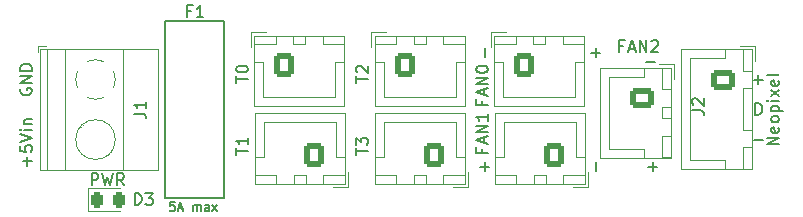
<source format=gto>
G04 #@! TF.GenerationSoftware,KiCad,Pcbnew,(6.0.4)*
G04 #@! TF.CreationDate,2022-06-19T17:23:47+02:00*
G04 #@! TF.ProjectId,Klipper nano expander,4b6c6970-7065-4722-906e-616e6f206578,1.0*
G04 #@! TF.SameCoordinates,Original*
G04 #@! TF.FileFunction,Legend,Top*
G04 #@! TF.FilePolarity,Positive*
%FSLAX46Y46*%
G04 Gerber Fmt 4.6, Leading zero omitted, Abs format (unit mm)*
G04 Created by KiCad (PCBNEW (6.0.4)) date 2022-06-19 17:23:47*
%MOMM*%
%LPD*%
G01*
G04 APERTURE LIST*
G04 Aperture macros list*
%AMRoundRect*
0 Rectangle with rounded corners*
0 $1 Rounding radius*
0 $2 $3 $4 $5 $6 $7 $8 $9 X,Y pos of 4 corners*
0 Add a 4 corners polygon primitive as box body*
4,1,4,$2,$3,$4,$5,$6,$7,$8,$9,$2,$3,0*
0 Add four circle primitives for the rounded corners*
1,1,$1+$1,$2,$3*
1,1,$1+$1,$4,$5*
1,1,$1+$1,$6,$7*
1,1,$1+$1,$8,$9*
0 Add four rect primitives between the rounded corners*
20,1,$1+$1,$2,$3,$4,$5,0*
20,1,$1+$1,$4,$5,$6,$7,0*
20,1,$1+$1,$6,$7,$8,$9,0*
20,1,$1+$1,$8,$9,$2,$3,0*%
G04 Aperture macros list end*
%ADD10C,0.150000*%
%ADD11C,0.120000*%
%ADD12RoundRect,0.250000X-0.600000X-0.750000X0.600000X-0.750000X0.600000X0.750000X-0.600000X0.750000X0*%
%ADD13O,1.700000X2.000000*%
%ADD14RoundRect,0.250000X-0.725000X0.600000X-0.725000X-0.600000X0.725000X-0.600000X0.725000X0.600000X0*%
%ADD15O,1.950000X1.700000*%
%ADD16C,2.000000*%
%ADD17C,2.500000*%
%ADD18RoundRect,0.250000X0.600000X0.750000X-0.600000X0.750000X-0.600000X-0.750000X0.600000X-0.750000X0*%
%ADD19RoundRect,0.243750X-0.243750X-0.456250X0.243750X-0.456250X0.243750X0.456250X-0.243750X0.456250X0*%
%ADD20R,2.600000X2.600000*%
%ADD21C,2.600000*%
%ADD22RoundRect,0.250000X-0.750000X0.600000X-0.750000X-0.600000X0.750000X-0.600000X0.750000X0.600000X0*%
%ADD23O,2.000000X1.700000*%
%ADD24C,1.780000*%
%ADD25R,1.600000X1.600000*%
%ADD26O,1.600000X1.600000*%
G04 APERTURE END LIST*
D10*
X180586095Y-92908380D02*
X180586095Y-91908380D01*
X180824190Y-91908380D01*
X180967047Y-91956000D01*
X181062285Y-92051238D01*
X181109904Y-92146476D01*
X181157523Y-92336952D01*
X181157523Y-92479809D01*
X181109904Y-92670285D01*
X181062285Y-92765523D01*
X180967047Y-92860761D01*
X180824190Y-92908380D01*
X180586095Y-92908380D01*
X180467047Y-95027428D02*
X181228952Y-95027428D01*
X131409771Y-100288084D02*
X131052628Y-100288084D01*
X131016914Y-100645227D01*
X131052628Y-100609513D01*
X131124057Y-100573799D01*
X131302628Y-100573799D01*
X131374057Y-100609513D01*
X131409771Y-100645227D01*
X131445485Y-100716656D01*
X131445485Y-100895227D01*
X131409771Y-100966656D01*
X131374057Y-101002370D01*
X131302628Y-101038084D01*
X131124057Y-101038084D01*
X131052628Y-101002370D01*
X131016914Y-100966656D01*
X131731200Y-100823799D02*
X132088342Y-100823799D01*
X131659771Y-101038084D02*
X131909771Y-100288084D01*
X132159771Y-101038084D01*
X132981200Y-101038084D02*
X132981200Y-100538084D01*
X132981200Y-100609513D02*
X133016914Y-100573799D01*
X133088342Y-100538084D01*
X133195485Y-100538084D01*
X133266914Y-100573799D01*
X133302628Y-100645227D01*
X133302628Y-101038084D01*
X133302628Y-100645227D02*
X133338342Y-100573799D01*
X133409771Y-100538084D01*
X133516914Y-100538084D01*
X133588342Y-100573799D01*
X133624057Y-100645227D01*
X133624057Y-101038084D01*
X134302628Y-101038084D02*
X134302628Y-100645227D01*
X134266914Y-100573799D01*
X134195485Y-100538084D01*
X134052628Y-100538084D01*
X133981200Y-100573799D01*
X134302628Y-101002370D02*
X134231200Y-101038084D01*
X134052628Y-101038084D01*
X133981200Y-101002370D01*
X133945485Y-100930941D01*
X133945485Y-100859513D01*
X133981200Y-100788084D01*
X134052628Y-100752370D01*
X134231200Y-100752370D01*
X134302628Y-100716656D01*
X134588342Y-101038084D02*
X134981200Y-100538084D01*
X134588342Y-100538084D02*
X134981200Y-101038084D01*
X157662571Y-87249047D02*
X157662571Y-88010952D01*
X118372000Y-90677904D02*
X118324380Y-90773142D01*
X118324380Y-90916000D01*
X118372000Y-91058857D01*
X118467238Y-91154095D01*
X118562476Y-91201714D01*
X118752952Y-91249333D01*
X118895809Y-91249333D01*
X119086285Y-91201714D01*
X119181523Y-91154095D01*
X119276761Y-91058857D01*
X119324380Y-90916000D01*
X119324380Y-90820761D01*
X119276761Y-90677904D01*
X119229142Y-90630285D01*
X118895809Y-90630285D01*
X118895809Y-90820761D01*
X119324380Y-90201714D02*
X118324380Y-90201714D01*
X119324380Y-89630285D01*
X118324380Y-89630285D01*
X119324380Y-89154095D02*
X118324380Y-89154095D01*
X118324380Y-88916000D01*
X118372000Y-88773142D01*
X118467238Y-88677904D01*
X118562476Y-88630285D01*
X118752952Y-88582666D01*
X118895809Y-88582666D01*
X119086285Y-88630285D01*
X119181523Y-88677904D01*
X119276761Y-88773142D01*
X119324380Y-88916000D01*
X119324380Y-89154095D01*
X124396666Y-98855196D02*
X124396666Y-97855196D01*
X124777619Y-97855196D01*
X124872857Y-97902816D01*
X124920476Y-97950435D01*
X124968095Y-98045673D01*
X124968095Y-98188530D01*
X124920476Y-98283768D01*
X124872857Y-98331387D01*
X124777619Y-98379006D01*
X124396666Y-98379006D01*
X125301428Y-97855196D02*
X125539523Y-98855196D01*
X125730000Y-98140911D01*
X125920476Y-98855196D01*
X126158571Y-97855196D01*
X127110952Y-98855196D02*
X126777619Y-98379006D01*
X126539523Y-98855196D02*
X126539523Y-97855196D01*
X126920476Y-97855196D01*
X127015714Y-97902816D01*
X127063333Y-97950435D01*
X127110952Y-98045673D01*
X127110952Y-98188530D01*
X127063333Y-98283768D01*
X127015714Y-98331387D01*
X126920476Y-98379006D01*
X126539523Y-98379006D01*
X171886571Y-96901047D02*
X171886571Y-97662952D01*
X171505619Y-97282000D02*
X172267523Y-97282000D01*
X157662571Y-96901047D02*
X157662571Y-97662952D01*
X157281619Y-97282000D02*
X158043523Y-97282000D01*
X171323047Y-88463428D02*
X172084952Y-88463428D01*
X167060571Y-87249047D02*
X167060571Y-88010952D01*
X166679619Y-87630000D02*
X167441523Y-87630000D01*
X118943428Y-97226190D02*
X118943428Y-96464285D01*
X119324380Y-96845238D02*
X118562476Y-96845238D01*
X118324380Y-95511904D02*
X118324380Y-95988095D01*
X118800571Y-96035714D01*
X118752952Y-95988095D01*
X118705333Y-95892857D01*
X118705333Y-95654761D01*
X118752952Y-95559523D01*
X118800571Y-95511904D01*
X118895809Y-95464285D01*
X119133904Y-95464285D01*
X119229142Y-95511904D01*
X119276761Y-95559523D01*
X119324380Y-95654761D01*
X119324380Y-95892857D01*
X119276761Y-95988095D01*
X119229142Y-96035714D01*
X118324380Y-95178571D02*
X119324380Y-94845238D01*
X118324380Y-94511904D01*
X119324380Y-94178571D02*
X118657714Y-94178571D01*
X118324380Y-94178571D02*
X118372000Y-94226190D01*
X118419619Y-94178571D01*
X118372000Y-94130952D01*
X118324380Y-94178571D01*
X118419619Y-94178571D01*
X118657714Y-93702380D02*
X119324380Y-93702380D01*
X118752952Y-93702380D02*
X118705333Y-93654761D01*
X118657714Y-93559523D01*
X118657714Y-93416666D01*
X118705333Y-93321428D01*
X118800571Y-93273809D01*
X119324380Y-93273809D01*
X167060571Y-96901047D02*
X167060571Y-97662952D01*
X182570380Y-95408380D02*
X181570380Y-95408380D01*
X182570380Y-94836952D01*
X181570380Y-94836952D01*
X182522761Y-93979809D02*
X182570380Y-94075047D01*
X182570380Y-94265523D01*
X182522761Y-94360761D01*
X182427523Y-94408380D01*
X182046571Y-94408380D01*
X181951333Y-94360761D01*
X181903714Y-94265523D01*
X181903714Y-94075047D01*
X181951333Y-93979809D01*
X182046571Y-93932190D01*
X182141809Y-93932190D01*
X182237047Y-94408380D01*
X182570380Y-93360761D02*
X182522761Y-93456000D01*
X182475142Y-93503619D01*
X182379904Y-93551238D01*
X182094190Y-93551238D01*
X181998952Y-93503619D01*
X181951333Y-93456000D01*
X181903714Y-93360761D01*
X181903714Y-93217904D01*
X181951333Y-93122666D01*
X181998952Y-93075047D01*
X182094190Y-93027428D01*
X182379904Y-93027428D01*
X182475142Y-93075047D01*
X182522761Y-93122666D01*
X182570380Y-93217904D01*
X182570380Y-93360761D01*
X181903714Y-92598857D02*
X182903714Y-92598857D01*
X181951333Y-92598857D02*
X181903714Y-92503619D01*
X181903714Y-92313142D01*
X181951333Y-92217904D01*
X181998952Y-92170285D01*
X182094190Y-92122666D01*
X182379904Y-92122666D01*
X182475142Y-92170285D01*
X182522761Y-92217904D01*
X182570380Y-92313142D01*
X182570380Y-92503619D01*
X182522761Y-92598857D01*
X182570380Y-91694095D02*
X181903714Y-91694095D01*
X181570380Y-91694095D02*
X181618000Y-91741714D01*
X181665619Y-91694095D01*
X181618000Y-91646476D01*
X181570380Y-91694095D01*
X181665619Y-91694095D01*
X182570380Y-91313142D02*
X181903714Y-90789333D01*
X181903714Y-91313142D02*
X182570380Y-90789333D01*
X182522761Y-90027428D02*
X182570380Y-90122666D01*
X182570380Y-90313142D01*
X182522761Y-90408380D01*
X182427523Y-90456000D01*
X182046571Y-90456000D01*
X181951333Y-90408380D01*
X181903714Y-90313142D01*
X181903714Y-90122666D01*
X181951333Y-90027428D01*
X182046571Y-89979809D01*
X182141809Y-89979809D01*
X182237047Y-90456000D01*
X182570380Y-89408380D02*
X182522761Y-89503619D01*
X182427523Y-89551238D01*
X181570380Y-89551238D01*
X180467047Y-89947428D02*
X181228952Y-89947428D01*
X180848000Y-90328380D02*
X180848000Y-89566476D01*
X136612380Y-90169904D02*
X136612380Y-89598476D01*
X137612380Y-89884190D02*
X136612380Y-89884190D01*
X136612380Y-89074666D02*
X136612380Y-88979428D01*
X136660000Y-88884190D01*
X136707619Y-88836571D01*
X136802857Y-88788952D01*
X136993333Y-88741333D01*
X137231428Y-88741333D01*
X137421904Y-88788952D01*
X137517142Y-88836571D01*
X137564761Y-88884190D01*
X137612380Y-88979428D01*
X137612380Y-89074666D01*
X137564761Y-89169904D01*
X137517142Y-89217523D01*
X137421904Y-89265142D01*
X137231428Y-89312761D01*
X136993333Y-89312761D01*
X136802857Y-89265142D01*
X136707619Y-89217523D01*
X136660000Y-89169904D01*
X136612380Y-89074666D01*
X146772380Y-90169904D02*
X146772380Y-89598476D01*
X147772380Y-89884190D02*
X146772380Y-89884190D01*
X146867619Y-89312761D02*
X146820000Y-89265142D01*
X146772380Y-89169904D01*
X146772380Y-88931809D01*
X146820000Y-88836571D01*
X146867619Y-88788952D01*
X146962857Y-88741333D01*
X147058095Y-88741333D01*
X147200952Y-88788952D01*
X147772380Y-89360380D01*
X147772380Y-88741333D01*
X175220380Y-92495333D02*
X175934666Y-92495333D01*
X176077523Y-92542952D01*
X176172761Y-92638190D01*
X176220380Y-92781047D01*
X176220380Y-92876285D01*
X175315619Y-92066761D02*
X175268000Y-92019142D01*
X175220380Y-91923904D01*
X175220380Y-91685809D01*
X175268000Y-91590571D01*
X175315619Y-91542952D01*
X175410857Y-91495333D01*
X175506095Y-91495333D01*
X175648952Y-91542952D01*
X176220380Y-92114380D01*
X176220380Y-91495333D01*
X132809528Y-84120420D02*
X132476195Y-84120420D01*
X132476195Y-84644229D02*
X132476195Y-83644229D01*
X132952385Y-83644229D01*
X133857147Y-84644229D02*
X133285719Y-84644229D01*
X133571433Y-84644229D02*
X133571433Y-83644229D01*
X133476195Y-83787087D01*
X133380957Y-83882325D01*
X133285719Y-83929944D01*
X157408571Y-91709714D02*
X157408571Y-92043047D01*
X157932380Y-92043047D02*
X156932380Y-92043047D01*
X156932380Y-91566857D01*
X157646666Y-91233523D02*
X157646666Y-90757333D01*
X157932380Y-91328761D02*
X156932380Y-90995428D01*
X157932380Y-90662095D01*
X157932380Y-90328761D02*
X156932380Y-90328761D01*
X157932380Y-89757333D01*
X156932380Y-89757333D01*
X156932380Y-89090666D02*
X156932380Y-88995428D01*
X156980000Y-88900190D01*
X157027619Y-88852571D01*
X157122857Y-88804952D01*
X157313333Y-88757333D01*
X157551428Y-88757333D01*
X157741904Y-88804952D01*
X157837142Y-88852571D01*
X157884761Y-88900190D01*
X157932380Y-88995428D01*
X157932380Y-89090666D01*
X157884761Y-89185904D01*
X157837142Y-89233523D01*
X157741904Y-89281142D01*
X157551428Y-89328761D01*
X157313333Y-89328761D01*
X157122857Y-89281142D01*
X157027619Y-89233523D01*
X156980000Y-89185904D01*
X156932380Y-89090666D01*
X157408571Y-95773714D02*
X157408571Y-96107047D01*
X157932380Y-96107047D02*
X156932380Y-96107047D01*
X156932380Y-95630857D01*
X157646666Y-95297523D02*
X157646666Y-94821333D01*
X157932380Y-95392761D02*
X156932380Y-95059428D01*
X157932380Y-94726095D01*
X157932380Y-94392761D02*
X156932380Y-94392761D01*
X157932380Y-93821333D01*
X156932380Y-93821333D01*
X157932380Y-92821333D02*
X157932380Y-93392761D01*
X157932380Y-93107047D02*
X156932380Y-93107047D01*
X157075238Y-93202285D01*
X157170476Y-93297523D01*
X157218095Y-93392761D01*
X128039904Y-100528380D02*
X128039904Y-99528380D01*
X128278000Y-99528380D01*
X128420857Y-99576000D01*
X128516095Y-99671238D01*
X128563714Y-99766476D01*
X128611333Y-99956952D01*
X128611333Y-100099809D01*
X128563714Y-100290285D01*
X128516095Y-100385523D01*
X128420857Y-100480761D01*
X128278000Y-100528380D01*
X128039904Y-100528380D01*
X128944666Y-99528380D02*
X129563714Y-99528380D01*
X129230380Y-99909333D01*
X129373238Y-99909333D01*
X129468476Y-99956952D01*
X129516095Y-100004571D01*
X129563714Y-100099809D01*
X129563714Y-100337904D01*
X129516095Y-100433142D01*
X129468476Y-100480761D01*
X129373238Y-100528380D01*
X129087523Y-100528380D01*
X128992285Y-100480761D01*
X128944666Y-100433142D01*
X127976380Y-92789333D02*
X128690666Y-92789333D01*
X128833523Y-92836952D01*
X128928761Y-92932190D01*
X128976380Y-93075047D01*
X128976380Y-93170285D01*
X128976380Y-91789333D02*
X128976380Y-92360761D01*
X128976380Y-92075047D02*
X127976380Y-92075047D01*
X128119238Y-92170285D01*
X128214476Y-92265523D01*
X128262095Y-92360761D01*
X146772380Y-96265904D02*
X146772380Y-95694476D01*
X147772380Y-95980190D02*
X146772380Y-95980190D01*
X146772380Y-95456380D02*
X146772380Y-94837333D01*
X147153333Y-95170666D01*
X147153333Y-95027809D01*
X147200952Y-94932571D01*
X147248571Y-94884952D01*
X147343809Y-94837333D01*
X147581904Y-94837333D01*
X147677142Y-94884952D01*
X147724761Y-94932571D01*
X147772380Y-95027809D01*
X147772380Y-95313523D01*
X147724761Y-95408761D01*
X147677142Y-95456380D01*
X169402285Y-87050571D02*
X169068952Y-87050571D01*
X169068952Y-87574380D02*
X169068952Y-86574380D01*
X169545142Y-86574380D01*
X169878476Y-87288666D02*
X170354666Y-87288666D01*
X169783238Y-87574380D02*
X170116571Y-86574380D01*
X170449904Y-87574380D01*
X170783238Y-87574380D02*
X170783238Y-86574380D01*
X171354666Y-87574380D01*
X171354666Y-86574380D01*
X171783238Y-86669619D02*
X171830857Y-86622000D01*
X171926095Y-86574380D01*
X172164190Y-86574380D01*
X172259428Y-86622000D01*
X172307047Y-86669619D01*
X172354666Y-86764857D01*
X172354666Y-86860095D01*
X172307047Y-87002952D01*
X171735619Y-87574380D01*
X172354666Y-87574380D01*
X136612380Y-96265904D02*
X136612380Y-95694476D01*
X137612380Y-95980190D02*
X136612380Y-95980190D01*
X137612380Y-94837333D02*
X137612380Y-95408761D01*
X137612380Y-95123047D02*
X136612380Y-95123047D01*
X136755238Y-95218285D01*
X136850476Y-95313523D01*
X136898095Y-95408761D01*
D11*
X139966000Y-86196000D02*
X138166000Y-86196000D01*
X141466000Y-86196000D02*
X141466000Y-86946000D01*
X145766000Y-88446000D02*
X145016000Y-88446000D01*
X143966000Y-86196000D02*
X143966000Y-86946000D01*
X142466000Y-86946000D02*
X142466000Y-86196000D01*
X145776000Y-86186000D02*
X138156000Y-86186000D01*
X137866000Y-85896000D02*
X137866000Y-87146000D01*
X139966000Y-86946000D02*
X139966000Y-86196000D01*
X145016000Y-91396000D02*
X141966000Y-91396000D01*
X145766000Y-86946000D02*
X145766000Y-86196000D01*
X138156000Y-86186000D02*
X138156000Y-92156000D01*
X139116000Y-85896000D02*
X137866000Y-85896000D01*
X141466000Y-86946000D02*
X142466000Y-86946000D01*
X138156000Y-92156000D02*
X145776000Y-92156000D01*
X138166000Y-88446000D02*
X138916000Y-88446000D01*
X145766000Y-86196000D02*
X143966000Y-86196000D01*
X145776000Y-92156000D02*
X145776000Y-86186000D01*
X145016000Y-88446000D02*
X145016000Y-91396000D01*
X138166000Y-86946000D02*
X139966000Y-86946000D01*
X138916000Y-91396000D02*
X141966000Y-91396000D01*
X138166000Y-86196000D02*
X138166000Y-86946000D01*
X142466000Y-86196000D02*
X141466000Y-86196000D01*
X138916000Y-88446000D02*
X138916000Y-91396000D01*
X143966000Y-86946000D02*
X145766000Y-86946000D01*
X148356000Y-92156000D02*
X155976000Y-92156000D01*
X151666000Y-86196000D02*
X151666000Y-86946000D01*
X150166000Y-86196000D02*
X148366000Y-86196000D01*
X155216000Y-91396000D02*
X152166000Y-91396000D01*
X154166000Y-86946000D02*
X155966000Y-86946000D01*
X150166000Y-86946000D02*
X150166000Y-86196000D01*
X152666000Y-86196000D02*
X151666000Y-86196000D01*
X148366000Y-86196000D02*
X148366000Y-86946000D01*
X155966000Y-86196000D02*
X154166000Y-86196000D01*
X148066000Y-85896000D02*
X148066000Y-87146000D01*
X151666000Y-86946000D02*
X152666000Y-86946000D01*
X148366000Y-88446000D02*
X149116000Y-88446000D01*
X149316000Y-85896000D02*
X148066000Y-85896000D01*
X155216000Y-88446000D02*
X155216000Y-91396000D01*
X154166000Y-86196000D02*
X154166000Y-86946000D01*
X155966000Y-88446000D02*
X155216000Y-88446000D01*
X155966000Y-86946000D02*
X155966000Y-86196000D01*
X155976000Y-92156000D02*
X155976000Y-86186000D01*
X152666000Y-86946000D02*
X152666000Y-86196000D01*
X149116000Y-91396000D02*
X152166000Y-91396000D01*
X149116000Y-88446000D02*
X149116000Y-91396000D01*
X148366000Y-86946000D02*
X150166000Y-86946000D01*
X148356000Y-86186000D02*
X148356000Y-92156000D01*
X155976000Y-86186000D02*
X148356000Y-86186000D01*
X180267000Y-95666000D02*
X179517000Y-95666000D01*
X178017000Y-97466000D02*
X178017000Y-96716000D01*
X174307000Y-97476000D02*
X180277000Y-97476000D01*
X179517000Y-95666000D02*
X179517000Y-97466000D01*
X180277000Y-97476000D02*
X180277000Y-87356000D01*
X180267000Y-97466000D02*
X180267000Y-95666000D01*
X180567000Y-88316000D02*
X180567000Y-87066000D01*
X174307000Y-87356000D02*
X174307000Y-97476000D01*
X180267000Y-90666000D02*
X179517000Y-90666000D01*
X180277000Y-87356000D02*
X174307000Y-87356000D01*
X180567000Y-87066000D02*
X179317000Y-87066000D01*
X180267000Y-94166000D02*
X180267000Y-90666000D01*
X179517000Y-94166000D02*
X180267000Y-94166000D01*
X175067000Y-88116000D02*
X175067000Y-92416000D01*
X179517000Y-90666000D02*
X179517000Y-94166000D01*
X178017000Y-87366000D02*
X178017000Y-88116000D01*
X178017000Y-96716000D02*
X175067000Y-96716000D01*
X179517000Y-87366000D02*
X179517000Y-89166000D01*
X178017000Y-88116000D02*
X175067000Y-88116000D01*
X180267000Y-89166000D02*
X180267000Y-87366000D01*
X179517000Y-97466000D02*
X180267000Y-97466000D01*
X180267000Y-87366000D02*
X179517000Y-87366000D01*
X175067000Y-96716000D02*
X175067000Y-92416000D01*
X179517000Y-89166000D02*
X180267000Y-89166000D01*
D10*
X130596000Y-84956000D02*
X130596000Y-99956000D01*
X135596000Y-99956000D02*
X135596000Y-84956000D01*
X130596000Y-99956000D02*
X135596000Y-99956000D01*
X135596000Y-84956000D02*
X130596000Y-84956000D01*
D11*
X159436000Y-85896000D02*
X158186000Y-85896000D01*
X158476000Y-92156000D02*
X166096000Y-92156000D01*
X166086000Y-88446000D02*
X165336000Y-88446000D01*
X158486000Y-88446000D02*
X159236000Y-88446000D01*
X161786000Y-86946000D02*
X162786000Y-86946000D01*
X158476000Y-86186000D02*
X158476000Y-92156000D01*
X166096000Y-86186000D02*
X158476000Y-86186000D01*
X160286000Y-86196000D02*
X158486000Y-86196000D01*
X158186000Y-85896000D02*
X158186000Y-87146000D01*
X164286000Y-86196000D02*
X164286000Y-86946000D01*
X158486000Y-86196000D02*
X158486000Y-86946000D01*
X162786000Y-86196000D02*
X161786000Y-86196000D01*
X158486000Y-86946000D02*
X160286000Y-86946000D01*
X164286000Y-86946000D02*
X166086000Y-86946000D01*
X166086000Y-86196000D02*
X164286000Y-86196000D01*
X161786000Y-86196000D02*
X161786000Y-86946000D01*
X160286000Y-86946000D02*
X160286000Y-86196000D01*
X165336000Y-91396000D02*
X162286000Y-91396000D01*
X159236000Y-91396000D02*
X162286000Y-91396000D01*
X165336000Y-88446000D02*
X165336000Y-91396000D01*
X159236000Y-88446000D02*
X159236000Y-91396000D01*
X166086000Y-86946000D02*
X166086000Y-86196000D01*
X162786000Y-86946000D02*
X162786000Y-86196000D01*
X166096000Y-92156000D02*
X166096000Y-86186000D01*
X158526000Y-98716000D02*
X160326000Y-98716000D01*
X166136000Y-92756000D02*
X158516000Y-92756000D01*
X166136000Y-98726000D02*
X166136000Y-92756000D01*
X166126000Y-97966000D02*
X164326000Y-97966000D01*
X166426000Y-99016000D02*
X166426000Y-97766000D01*
X158516000Y-98726000D02*
X166136000Y-98726000D01*
X166126000Y-98716000D02*
X166126000Y-97966000D01*
X165376000Y-93516000D02*
X162326000Y-93516000D01*
X160326000Y-97966000D02*
X158526000Y-97966000D01*
X165176000Y-99016000D02*
X166426000Y-99016000D01*
X164326000Y-97966000D02*
X164326000Y-98716000D01*
X164326000Y-98716000D02*
X166126000Y-98716000D01*
X166126000Y-96466000D02*
X165376000Y-96466000D01*
X158516000Y-92756000D02*
X158516000Y-98726000D01*
X158526000Y-97966000D02*
X158526000Y-98716000D01*
X165376000Y-96466000D02*
X165376000Y-93516000D01*
X161826000Y-98716000D02*
X162826000Y-98716000D01*
X161826000Y-97966000D02*
X161826000Y-98716000D01*
X160326000Y-98716000D02*
X160326000Y-97966000D01*
X158526000Y-96466000D02*
X159276000Y-96466000D01*
X162826000Y-97966000D02*
X161826000Y-97966000D01*
X159276000Y-96466000D02*
X159276000Y-93516000D01*
X159276000Y-93516000D02*
X162326000Y-93516000D01*
X162826000Y-98716000D02*
X162826000Y-97966000D01*
X124123500Y-101036000D02*
X126808500Y-101036000D01*
X124123500Y-99116000D02*
X124123500Y-101036000D01*
X126808500Y-99116000D02*
X124123500Y-99116000D01*
X123475000Y-93962000D02*
X123440000Y-93927000D01*
X129975000Y-87316000D02*
X120054000Y-87316000D01*
X125783000Y-96271000D02*
X125737000Y-96224000D01*
X123691000Y-93769000D02*
X123645000Y-93722000D01*
X120554000Y-87076000D02*
X119814000Y-87076000D01*
X127015000Y-87316000D02*
X127015000Y-97596000D01*
X125989000Y-96066000D02*
X125953000Y-96031000D01*
X119814000Y-87076000D02*
X119814000Y-87576000D01*
X120614000Y-87316000D02*
X120614000Y-97596000D01*
X122114000Y-87316000D02*
X122114000Y-97596000D01*
X129975000Y-97596000D02*
X120054000Y-97596000D01*
X129975000Y-87316000D02*
X129975000Y-97596000D01*
X120054000Y-87316000D02*
X120054000Y-97596000D01*
X126249000Y-90600000D02*
G75*
G03*
X126249427Y-89232958I-1534993J684001D01*
G01*
X123034000Y-89916000D02*
G75*
G03*
X123179244Y-90599318I1680000J0D01*
G01*
X125398000Y-88381000D02*
G75*
G03*
X124030958Y-88380573I-684001J-1534993D01*
G01*
X124030000Y-91451001D02*
G75*
G03*
X125397042Y-91451427I684000J1535001D01*
G01*
X123179000Y-89232000D02*
G75*
G03*
X123033747Y-89944805I1535001J-683999D01*
G01*
X126394000Y-94996000D02*
G75*
G03*
X126394000Y-94996000I-1680000J0D01*
G01*
X155966000Y-97966000D02*
X154166000Y-97966000D01*
X151666000Y-98716000D02*
X152666000Y-98716000D01*
X149116000Y-93516000D02*
X152166000Y-93516000D01*
X155966000Y-96466000D02*
X155216000Y-96466000D01*
X152666000Y-98716000D02*
X152666000Y-97966000D01*
X155216000Y-96466000D02*
X155216000Y-93516000D01*
X155216000Y-93516000D02*
X152166000Y-93516000D01*
X148366000Y-96466000D02*
X149116000Y-96466000D01*
X155976000Y-92756000D02*
X148356000Y-92756000D01*
X148366000Y-98716000D02*
X150166000Y-98716000D01*
X154166000Y-97966000D02*
X154166000Y-98716000D01*
X155966000Y-98716000D02*
X155966000Y-97966000D01*
X156266000Y-99016000D02*
X156266000Y-97766000D01*
X151666000Y-97966000D02*
X151666000Y-98716000D01*
X150166000Y-98716000D02*
X150166000Y-97966000D01*
X154166000Y-98716000D02*
X155966000Y-98716000D01*
X149116000Y-96466000D02*
X149116000Y-93516000D01*
X155016000Y-99016000D02*
X156266000Y-99016000D01*
X150166000Y-97966000D02*
X148366000Y-97966000D01*
X152666000Y-97966000D02*
X151666000Y-97966000D01*
X148356000Y-98726000D02*
X155976000Y-98726000D01*
X148366000Y-97966000D02*
X148366000Y-98716000D01*
X148356000Y-92756000D02*
X148356000Y-98726000D01*
X155976000Y-98726000D02*
X155976000Y-92756000D01*
X167449000Y-96520000D02*
X173419000Y-96520000D01*
X172659000Y-94710000D02*
X172659000Y-96510000D01*
X171159000Y-95760000D02*
X168209000Y-95760000D01*
X173709000Y-89860000D02*
X173709000Y-88610000D01*
X173409000Y-96510000D02*
X173409000Y-94710000D01*
X172659000Y-96510000D02*
X173409000Y-96510000D01*
X171159000Y-88910000D02*
X171159000Y-89660000D01*
X168209000Y-89660000D02*
X168209000Y-92710000D01*
X173409000Y-94710000D02*
X172659000Y-94710000D01*
X173419000Y-88900000D02*
X167449000Y-88900000D01*
X171159000Y-89660000D02*
X168209000Y-89660000D01*
X167449000Y-88900000D02*
X167449000Y-96520000D01*
X172659000Y-90710000D02*
X173409000Y-90710000D01*
X171159000Y-96510000D02*
X171159000Y-95760000D01*
X173409000Y-88910000D02*
X172659000Y-88910000D01*
X173409000Y-93210000D02*
X173409000Y-92210000D01*
X172659000Y-88910000D02*
X172659000Y-90710000D01*
X173419000Y-96520000D02*
X173419000Y-88900000D01*
X172659000Y-92210000D02*
X172659000Y-93210000D01*
X172659000Y-93210000D02*
X173409000Y-93210000D01*
X168209000Y-95760000D02*
X168209000Y-92710000D01*
X173409000Y-92210000D02*
X172659000Y-92210000D01*
X173409000Y-90710000D02*
X173409000Y-88910000D01*
X173709000Y-88610000D02*
X172459000Y-88610000D01*
X142506000Y-97966000D02*
X141506000Y-97966000D01*
X145806000Y-97966000D02*
X144006000Y-97966000D01*
X138196000Y-92756000D02*
X138196000Y-98726000D01*
X145056000Y-93516000D02*
X142006000Y-93516000D01*
X142506000Y-98716000D02*
X142506000Y-97966000D01*
X138206000Y-97966000D02*
X138206000Y-98716000D01*
X140006000Y-98716000D02*
X140006000Y-97966000D01*
X138206000Y-98716000D02*
X140006000Y-98716000D01*
X138956000Y-93516000D02*
X142006000Y-93516000D01*
X144856000Y-99016000D02*
X146106000Y-99016000D01*
X145806000Y-96466000D02*
X145056000Y-96466000D01*
X145816000Y-92756000D02*
X138196000Y-92756000D01*
X138956000Y-96466000D02*
X138956000Y-93516000D01*
X141506000Y-97966000D02*
X141506000Y-98716000D01*
X144006000Y-97966000D02*
X144006000Y-98716000D01*
X146106000Y-99016000D02*
X146106000Y-97766000D01*
X140006000Y-97966000D02*
X138206000Y-97966000D01*
X138196000Y-98726000D02*
X145816000Y-98726000D01*
X145816000Y-98726000D02*
X145816000Y-92756000D01*
X138206000Y-96466000D02*
X138956000Y-96466000D01*
X145806000Y-98716000D02*
X145806000Y-97966000D01*
X145056000Y-96466000D02*
X145056000Y-93516000D01*
X144006000Y-98716000D02*
X145806000Y-98716000D01*
X141506000Y-98716000D02*
X142506000Y-98716000D01*
%LPC*%
D12*
X140716000Y-88646000D03*
D13*
X143216000Y-88646000D03*
D12*
X150916000Y-88646000D03*
D13*
X153416000Y-88646000D03*
D14*
X177817000Y-89916000D03*
D15*
X177817000Y-92416000D03*
X177817000Y-94916000D03*
D16*
X120396000Y-100076000D03*
X120396000Y-84836000D03*
D17*
X133096000Y-98351000D03*
X133096000Y-94691000D03*
X133096000Y-90221000D03*
X133096000Y-86561000D03*
D12*
X161036000Y-88646000D03*
D13*
X163536000Y-88646000D03*
D18*
X163576000Y-96266000D03*
D13*
X161076000Y-96266000D03*
D19*
X124871000Y-100076000D03*
X126746000Y-100076000D03*
D20*
X124714000Y-89916000D03*
D21*
X124714000Y-94996000D03*
D16*
X180594000Y-99822000D03*
D18*
X153416000Y-96266000D03*
D13*
X150916000Y-96266000D03*
D22*
X170959000Y-91460000D03*
D23*
X170959000Y-93960000D03*
D18*
X143256000Y-96266000D03*
D13*
X140756000Y-96266000D03*
D16*
X180594000Y-84836000D03*
D24*
X136906000Y-84836000D03*
X177546000Y-84836000D03*
X177546000Y-100076000D03*
X136906000Y-100076000D03*
D25*
X175006000Y-100076000D03*
D26*
X172466000Y-100076000D03*
X169926000Y-100076000D03*
X167386000Y-100076000D03*
X164846000Y-100076000D03*
X162306000Y-100076000D03*
X159766000Y-100076000D03*
X157226000Y-100076000D03*
X154686000Y-100076000D03*
X152146000Y-100076000D03*
X149606000Y-100076000D03*
X147066000Y-100076000D03*
X144526000Y-100076000D03*
X141986000Y-100076000D03*
X139446000Y-100076000D03*
X139446000Y-84836000D03*
X141986000Y-84836000D03*
X144526000Y-84836000D03*
X147066000Y-84836000D03*
X149606000Y-84836000D03*
X152146000Y-84836000D03*
X154686000Y-84836000D03*
X157226000Y-84836000D03*
X159766000Y-84836000D03*
X162306000Y-84836000D03*
X164846000Y-84836000D03*
X167386000Y-84836000D03*
X169926000Y-84836000D03*
X172466000Y-84836000D03*
X175006000Y-84836000D03*
M02*

</source>
